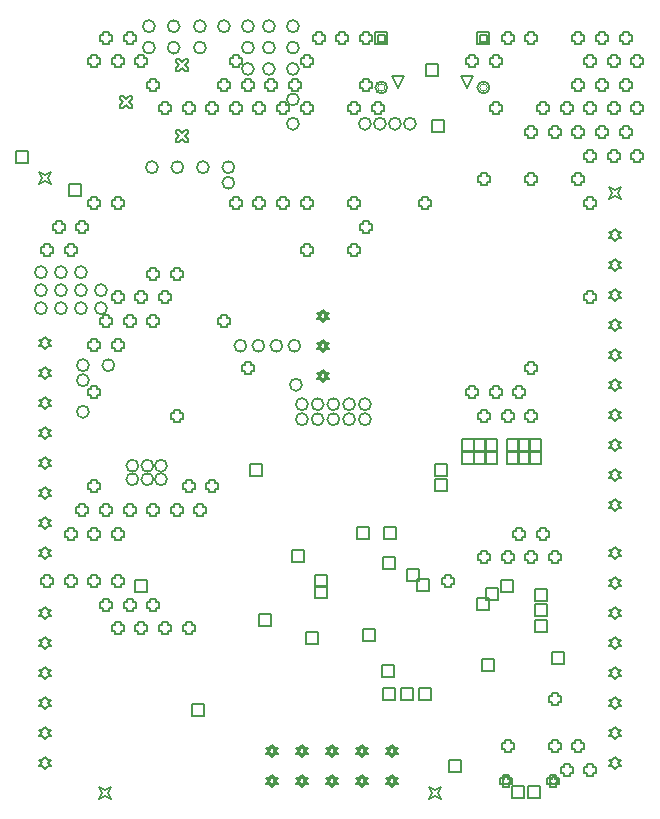
<source format=gbr>
G04*
G04 #@! TF.GenerationSoftware,Altium Limited,Altium Designer,24.2.2 (26)*
G04*
G04 Layer_Color=2752767*
%FSLAX44Y44*%
%MOMM*%
G71*
G04*
G04 #@! TF.SameCoordinates,4540F394-007A-4255-9B34-8FA5F3C486F6*
G04*
G04*
G04 #@! TF.FilePolarity,Positive*
G04*
G01*
G75*
%ADD16C,0.1270*%
%ADD96C,0.1693*%
%ADD97C,0.1016*%
D16*
X320040Y57150D02*
X322580Y59690D01*
X325120D01*
X322580Y62230D01*
X325120Y64770D01*
X322580D01*
X320040Y67310D01*
X317500Y64770D01*
X314960D01*
X317500Y62230D01*
X314960Y59690D01*
X317500D01*
X320040Y57150D01*
Y59182D02*
X321564Y60706D01*
X323088D01*
X321564Y62230D01*
X323088Y63754D01*
X321564D01*
X320040Y65278D01*
X318516Y63754D01*
X316992D01*
X318516Y62230D01*
X316992Y60706D01*
X318516D01*
X320040Y59182D01*
X320040Y31750D02*
X322580Y34290D01*
X325120D01*
X322580Y36830D01*
X325120Y39370D01*
X322580D01*
X320040Y41910D01*
X317500Y39370D01*
X314960D01*
X317500Y36830D01*
X314960Y34290D01*
X317500D01*
X320040Y31750D01*
Y33782D02*
X321564Y35306D01*
X323088D01*
X321564Y36830D01*
X323088Y38354D01*
X321564D01*
X320040Y39878D01*
X318516Y38354D01*
X316992D01*
X318516Y36830D01*
X316992Y35306D01*
X318516D01*
X320040Y33782D01*
X294640Y57150D02*
X297180Y59690D01*
X299720D01*
X297180Y62230D01*
X299720Y64770D01*
X297180D01*
X294640Y67310D01*
X292100Y64770D01*
X289560D01*
X292100Y62230D01*
X289560Y59690D01*
X292100D01*
X294640Y57150D01*
Y59182D02*
X296164Y60706D01*
X297688D01*
X296164Y62230D01*
X297688Y63754D01*
X296164D01*
X294640Y65278D01*
X293116Y63754D01*
X291592D01*
X293116Y62230D01*
X291592Y60706D01*
X293116D01*
X294640Y59182D01*
Y31750D02*
X297180Y34290D01*
X299720D01*
X297180Y36830D01*
X299720Y39370D01*
X297180D01*
X294640Y41910D01*
X292100Y39370D01*
X289560D01*
X292100Y36830D01*
X289560Y34290D01*
X292100D01*
X294640Y31750D01*
Y33782D02*
X296164Y35306D01*
X297688D01*
X296164Y36830D01*
X297688Y38354D01*
X296164D01*
X294640Y39878D01*
X293116Y38354D01*
X291592D01*
X293116Y36830D01*
X291592Y35306D01*
X293116D01*
X294640Y33782D01*
X269240Y57150D02*
X271780Y59690D01*
X274320D01*
X271780Y62230D01*
X274320Y64770D01*
X271780D01*
X269240Y67310D01*
X266700Y64770D01*
X264160D01*
X266700Y62230D01*
X264160Y59690D01*
X266700D01*
X269240Y57150D01*
Y59182D02*
X270764Y60706D01*
X272288D01*
X270764Y62230D01*
X272288Y63754D01*
X270764D01*
X269240Y65278D01*
X267716Y63754D01*
X266192D01*
X267716Y62230D01*
X266192Y60706D01*
X267716D01*
X269240Y59182D01*
Y31750D02*
X271780Y34290D01*
X274320D01*
X271780Y36830D01*
X274320Y39370D01*
X271780D01*
X269240Y41910D01*
X266700Y39370D01*
X264160D01*
X266700Y36830D01*
X264160Y34290D01*
X266700D01*
X269240Y31750D01*
Y33782D02*
X270764Y35306D01*
X272288D01*
X270764Y36830D01*
X272288Y38354D01*
X270764D01*
X269240Y39878D01*
X267716Y38354D01*
X266192D01*
X267716Y36830D01*
X266192Y35306D01*
X267716D01*
X269240Y33782D01*
X243840Y57150D02*
X246380Y59690D01*
X248920D01*
X246380Y62230D01*
X248920Y64770D01*
X246380D01*
X243840Y67310D01*
X241300Y64770D01*
X238760D01*
X241300Y62230D01*
X238760Y59690D01*
X241300D01*
X243840Y57150D01*
Y59182D02*
X245364Y60706D01*
X246888D01*
X245364Y62230D01*
X246888Y63754D01*
X245364D01*
X243840Y65278D01*
X242316Y63754D01*
X240792D01*
X242316Y62230D01*
X240792Y60706D01*
X242316D01*
X243840Y59182D01*
Y31750D02*
X246380Y34290D01*
X248920D01*
X246380Y36830D01*
X248920Y39370D01*
X246380D01*
X243840Y41910D01*
X241300Y39370D01*
X238760D01*
X241300Y36830D01*
X238760Y34290D01*
X241300D01*
X243840Y31750D01*
Y33782D02*
X245364Y35306D01*
X246888D01*
X245364Y36830D01*
X246888Y38354D01*
X245364D01*
X243840Y39878D01*
X242316Y38354D01*
X240792D01*
X242316Y36830D01*
X240792Y35306D01*
X242316D01*
X243840Y33782D01*
X218440Y57150D02*
X220980Y59690D01*
X223520D01*
X220980Y62230D01*
X223520Y64770D01*
X220980D01*
X218440Y67310D01*
X215900Y64770D01*
X213360D01*
X215900Y62230D01*
X213360Y59690D01*
X215900D01*
X218440Y57150D01*
Y59182D02*
X219964Y60706D01*
X221488D01*
X219964Y62230D01*
X221488Y63754D01*
X219964D01*
X218440Y65278D01*
X216916Y63754D01*
X215392D01*
X216916Y62230D01*
X215392Y60706D01*
X216916D01*
X218440Y59182D01*
X218440Y31750D02*
X220980Y34290D01*
X223520D01*
X220980Y36830D01*
X223520Y39370D01*
X220980D01*
X218440Y41910D01*
X215900Y39370D01*
X213360D01*
X215900Y36830D01*
X213360Y34290D01*
X215900D01*
X218440Y31750D01*
Y33782D02*
X219964Y35306D01*
X221488D01*
X219964Y36830D01*
X221488Y38354D01*
X219964D01*
X218440Y39878D01*
X216916Y38354D01*
X215392D01*
X216916Y36830D01*
X215392Y35306D01*
X216916D01*
X218440Y33782D01*
X21590Y542290D02*
X24130Y547370D01*
X21590Y552450D01*
X26670Y549910D01*
X31750Y552450D01*
X29210Y547370D01*
X31750Y542290D01*
X26670Y544830D01*
X21590Y542290D01*
X504190Y529590D02*
X506730Y534670D01*
X504190Y539750D01*
X509270Y537210D01*
X514350Y539750D01*
X511810Y534670D01*
X514350Y529590D01*
X509270Y532130D01*
X504190Y529590D01*
X72390Y21590D02*
X74930Y26670D01*
X72390Y31750D01*
X77470Y29210D01*
X82550Y31750D01*
X80010Y26670D01*
X82550Y21590D01*
X77470Y24130D01*
X72390Y21590D01*
X351790D02*
X354330Y26670D01*
X351790Y31750D01*
X356870Y29210D01*
X361950Y31750D01*
X359410Y26670D01*
X361950Y21590D01*
X356870Y24130D01*
X351790Y21590D01*
X26670Y402590D02*
X29210Y405130D01*
X31750D01*
X29210Y407670D01*
X31750Y410210D01*
X29210D01*
X26670Y412750D01*
X24130Y410210D01*
X21590D01*
X24130Y407670D01*
X21590Y405130D01*
X24130D01*
X26670Y402590D01*
Y377190D02*
X29210Y379730D01*
X31750D01*
X29210Y382270D01*
X31750Y384810D01*
X29210D01*
X26670Y387350D01*
X24130Y384810D01*
X21590D01*
X24130Y382270D01*
X21590Y379730D01*
X24130D01*
X26670Y377190D01*
Y351790D02*
X29210Y354330D01*
X31750D01*
X29210Y356870D01*
X31750Y359410D01*
X29210D01*
X26670Y361950D01*
X24130Y359410D01*
X21590D01*
X24130Y356870D01*
X21590Y354330D01*
X24130D01*
X26670Y351790D01*
Y326390D02*
X29210Y328930D01*
X31750D01*
X29210Y331470D01*
X31750Y334010D01*
X29210D01*
X26670Y336550D01*
X24130Y334010D01*
X21590D01*
X24130Y331470D01*
X21590Y328930D01*
X24130D01*
X26670Y326390D01*
Y300990D02*
X29210Y303530D01*
X31750D01*
X29210Y306070D01*
X31750Y308610D01*
X29210D01*
X26670Y311150D01*
X24130Y308610D01*
X21590D01*
X24130Y306070D01*
X21590Y303530D01*
X24130D01*
X26670Y300990D01*
Y275590D02*
X29210Y278130D01*
X31750D01*
X29210Y280670D01*
X31750Y283210D01*
X29210D01*
X26670Y285750D01*
X24130Y283210D01*
X21590D01*
X24130Y280670D01*
X21590Y278130D01*
X24130D01*
X26670Y275590D01*
Y250190D02*
X29210Y252730D01*
X31750D01*
X29210Y255270D01*
X31750Y257810D01*
X29210D01*
X26670Y260350D01*
X24130Y257810D01*
X21590D01*
X24130Y255270D01*
X21590Y252730D01*
X24130D01*
X26670Y250190D01*
Y224790D02*
X29210Y227330D01*
X31750D01*
X29210Y229870D01*
X31750Y232410D01*
X29210D01*
X26670Y234950D01*
X24130Y232410D01*
X21590D01*
X24130Y229870D01*
X21590Y227330D01*
X24130D01*
X26670Y224790D01*
Y173990D02*
X29210Y176530D01*
X31750D01*
X29210Y179070D01*
X31750Y181610D01*
X29210D01*
X26670Y184150D01*
X24130Y181610D01*
X21590D01*
X24130Y179070D01*
X21590Y176530D01*
X24130D01*
X26670Y173990D01*
Y148590D02*
X29210Y151130D01*
X31750D01*
X29210Y153670D01*
X31750Y156210D01*
X29210D01*
X26670Y158750D01*
X24130Y156210D01*
X21590D01*
X24130Y153670D01*
X21590Y151130D01*
X24130D01*
X26670Y148590D01*
Y123190D02*
X29210Y125730D01*
X31750D01*
X29210Y128270D01*
X31750Y130810D01*
X29210D01*
X26670Y133350D01*
X24130Y130810D01*
X21590D01*
X24130Y128270D01*
X21590Y125730D01*
X24130D01*
X26670Y123190D01*
Y97790D02*
X29210Y100330D01*
X31750D01*
X29210Y102870D01*
X31750Y105410D01*
X29210D01*
X26670Y107950D01*
X24130Y105410D01*
X21590D01*
X24130Y102870D01*
X21590Y100330D01*
X24130D01*
X26670Y97790D01*
Y72390D02*
X29210Y74930D01*
X31750D01*
X29210Y77470D01*
X31750Y80010D01*
X29210D01*
X26670Y82550D01*
X24130Y80010D01*
X21590D01*
X24130Y77470D01*
X21590Y74930D01*
X24130D01*
X26670Y72390D01*
Y46990D02*
X29210Y49530D01*
X31750D01*
X29210Y52070D01*
X31750Y54610D01*
X29210D01*
X26670Y57150D01*
X24130Y54610D01*
X21590D01*
X24130Y52070D01*
X21590Y49530D01*
X24130D01*
X26670Y46990D01*
X509270Y265430D02*
X511810Y267970D01*
X514350D01*
X511810Y270510D01*
X514350Y273050D01*
X511810D01*
X509270Y275590D01*
X506730Y273050D01*
X504190D01*
X506730Y270510D01*
X504190Y267970D01*
X506730D01*
X509270Y265430D01*
Y290830D02*
X511810Y293370D01*
X514350D01*
X511810Y295910D01*
X514350Y298450D01*
X511810D01*
X509270Y300990D01*
X506730Y298450D01*
X504190D01*
X506730Y295910D01*
X504190Y293370D01*
X506730D01*
X509270Y290830D01*
Y316230D02*
X511810Y318770D01*
X514350D01*
X511810Y321310D01*
X514350Y323850D01*
X511810D01*
X509270Y326390D01*
X506730Y323850D01*
X504190D01*
X506730Y321310D01*
X504190Y318770D01*
X506730D01*
X509270Y316230D01*
Y341630D02*
X511810Y344170D01*
X514350D01*
X511810Y346710D01*
X514350Y349250D01*
X511810D01*
X509270Y351790D01*
X506730Y349250D01*
X504190D01*
X506730Y346710D01*
X504190Y344170D01*
X506730D01*
X509270Y341630D01*
Y367030D02*
X511810Y369570D01*
X514350D01*
X511810Y372110D01*
X514350Y374650D01*
X511810D01*
X509270Y377190D01*
X506730Y374650D01*
X504190D01*
X506730Y372110D01*
X504190Y369570D01*
X506730D01*
X509270Y367030D01*
Y392430D02*
X511810Y394970D01*
X514350D01*
X511810Y397510D01*
X514350Y400050D01*
X511810D01*
X509270Y402590D01*
X506730Y400050D01*
X504190D01*
X506730Y397510D01*
X504190Y394970D01*
X506730D01*
X509270Y392430D01*
Y417830D02*
X511810Y420370D01*
X514350D01*
X511810Y422910D01*
X514350Y425450D01*
X511810D01*
X509270Y427990D01*
X506730Y425450D01*
X504190D01*
X506730Y422910D01*
X504190Y420370D01*
X506730D01*
X509270Y417830D01*
Y443230D02*
X511810Y445770D01*
X514350D01*
X511810Y448310D01*
X514350Y450850D01*
X511810D01*
X509270Y453390D01*
X506730Y450850D01*
X504190D01*
X506730Y448310D01*
X504190Y445770D01*
X506730D01*
X509270Y443230D01*
Y468630D02*
X511810Y471170D01*
X514350D01*
X511810Y473710D01*
X514350Y476250D01*
X511810D01*
X509270Y478790D01*
X506730Y476250D01*
X504190D01*
X506730Y473710D01*
X504190Y471170D01*
X506730D01*
X509270Y468630D01*
Y494030D02*
X511810Y496570D01*
X514350D01*
X511810Y499110D01*
X514350Y501650D01*
X511810D01*
X509270Y504190D01*
X506730Y501650D01*
X504190D01*
X506730Y499110D01*
X504190Y496570D01*
X506730D01*
X509270Y494030D01*
Y46990D02*
X511810Y49530D01*
X514350D01*
X511810Y52070D01*
X514350Y54610D01*
X511810D01*
X509270Y57150D01*
X506730Y54610D01*
X504190D01*
X506730Y52070D01*
X504190Y49530D01*
X506730D01*
X509270Y46990D01*
Y72390D02*
X511810Y74930D01*
X514350D01*
X511810Y77470D01*
X514350Y80010D01*
X511810D01*
X509270Y82550D01*
X506730Y80010D01*
X504190D01*
X506730Y77470D01*
X504190Y74930D01*
X506730D01*
X509270Y72390D01*
Y97790D02*
X511810Y100330D01*
X514350D01*
X511810Y102870D01*
X514350Y105410D01*
X511810D01*
X509270Y107950D01*
X506730Y105410D01*
X504190D01*
X506730Y102870D01*
X504190Y100330D01*
X506730D01*
X509270Y97790D01*
Y123190D02*
X511810Y125730D01*
X514350D01*
X511810Y128270D01*
X514350Y130810D01*
X511810D01*
X509270Y133350D01*
X506730Y130810D01*
X504190D01*
X506730Y128270D01*
X504190Y125730D01*
X506730D01*
X509270Y123190D01*
Y148590D02*
X511810Y151130D01*
X514350D01*
X511810Y153670D01*
X514350Y156210D01*
X511810D01*
X509270Y158750D01*
X506730Y156210D01*
X504190D01*
X506730Y153670D01*
X504190Y151130D01*
X506730D01*
X509270Y148590D01*
Y173990D02*
X511810Y176530D01*
X514350D01*
X511810Y179070D01*
X514350Y181610D01*
X511810D01*
X509270Y184150D01*
X506730Y181610D01*
X504190D01*
X506730Y179070D01*
X504190Y176530D01*
X506730D01*
X509270Y173990D01*
Y199390D02*
X511810Y201930D01*
X514350D01*
X511810Y204470D01*
X514350Y207010D01*
X511810D01*
X509270Y209550D01*
X506730Y207010D01*
X504190D01*
X506730Y204470D01*
X504190Y201930D01*
X506730D01*
X509270Y199390D01*
Y224790D02*
X511810Y227330D01*
X514350D01*
X511810Y229870D01*
X514350Y232410D01*
X511810D01*
X509270Y234950D01*
X506730Y232410D01*
X504190D01*
X506730Y229870D01*
X504190Y227330D01*
X506730D01*
X509270Y224790D01*
X90160Y606630D02*
X92700D01*
X95240Y609170D01*
X97780Y606630D01*
X100320D01*
Y609170D01*
X97780Y611710D01*
X100320Y614250D01*
Y616790D01*
X97780D01*
X95240Y614250D01*
X92700Y616790D01*
X90160D01*
Y614250D01*
X92700Y611710D01*
X90160Y609170D01*
Y606630D01*
X137160Y637630D02*
X139700D01*
X142240Y640170D01*
X144780Y637630D01*
X147320D01*
Y640170D01*
X144780Y642710D01*
X147320Y645250D01*
Y647790D01*
X144780D01*
X142240Y645250D01*
X139700Y647790D01*
X137160D01*
Y645250D01*
X139700Y642710D01*
X137160Y640170D01*
Y637630D01*
Y577630D02*
X139700D01*
X142240Y580170D01*
X144780Y577630D01*
X147320D01*
Y580170D01*
X144780Y582710D01*
X147320Y585250D01*
Y587790D01*
X144780D01*
X142240Y585250D01*
X139700Y587790D01*
X137160D01*
Y585250D01*
X139700Y582710D01*
X137160Y580170D01*
Y577630D01*
X261620Y425450D02*
X264160Y427990D01*
X266700D01*
X264160Y430530D01*
X266700Y433070D01*
X264160D01*
X261620Y435610D01*
X259080Y433070D01*
X256540D01*
X259080Y430530D01*
X256540Y427990D01*
X259080D01*
X261620Y425450D01*
Y427482D02*
X263144Y429006D01*
X264668D01*
X263144Y430530D01*
X264668Y432054D01*
X263144D01*
X261620Y433578D01*
X260096Y432054D01*
X258572D01*
X260096Y430530D01*
X258572Y429006D01*
X260096D01*
X261620Y427482D01*
Y400050D02*
X264160Y402590D01*
X266700D01*
X264160Y405130D01*
X266700Y407670D01*
X264160D01*
X261620Y410210D01*
X259080Y407670D01*
X256540D01*
X259080Y405130D01*
X256540Y402590D01*
X259080D01*
X261620Y400050D01*
Y402082D02*
X263144Y403606D01*
X264668D01*
X263144Y405130D01*
X264668Y406654D01*
X263144D01*
X261620Y408178D01*
X260096Y406654D01*
X258572D01*
X260096Y405130D01*
X258572Y403606D01*
X260096D01*
X261620Y402082D01*
Y374650D02*
X264160Y377190D01*
X266700D01*
X264160Y379730D01*
X266700Y382270D01*
X264160D01*
X261620Y384810D01*
X259080Y382270D01*
X256540D01*
X259080Y379730D01*
X256540Y377190D01*
X259080D01*
X261620Y374650D01*
Y376682D02*
X263144Y378206D01*
X264668D01*
X263144Y379730D01*
X264668Y381254D01*
X263144D01*
X261620Y382778D01*
X260096Y381254D01*
X258572D01*
X260096Y379730D01*
X258572Y378206D01*
X260096D01*
X261620Y376682D01*
X306000Y660400D02*
Y670560D01*
X316160D01*
Y660400D01*
X306000D01*
X308032Y662432D02*
Y668528D01*
X314128D01*
Y662432D01*
X308032D01*
X392500Y660400D02*
Y670560D01*
X402660D01*
Y660400D01*
X392500D01*
X394532Y662432D02*
Y668528D01*
X400628D01*
Y662432D01*
X394532D01*
X325430Y623600D02*
X320350Y633760D01*
X330510D01*
X325430Y623600D01*
X383230D02*
X378150Y633760D01*
X388310D01*
X383230Y623600D01*
X327660Y105410D02*
Y115570D01*
X337820D01*
Y105410D01*
X327660D01*
X312420D02*
Y115570D01*
X322580D01*
Y105410D01*
X312420D01*
X311920Y124610D02*
Y134770D01*
X322080D01*
Y124610D01*
X311920D01*
X414210Y34200D02*
Y31660D01*
X419290D01*
Y34200D01*
X421830D01*
Y39280D01*
X419290D01*
Y41820D01*
X414210D01*
Y39280D01*
X411670D01*
Y34200D01*
X414210D01*
X415226Y35216D02*
Y33692D01*
X418274D01*
Y35216D01*
X419798D01*
Y38264D01*
X418274D01*
Y39788D01*
X415226D01*
Y38264D01*
X413702D01*
Y35216D01*
X415226D01*
X454210Y34200D02*
Y31660D01*
X459290D01*
Y34200D01*
X461830D01*
Y39280D01*
X459290D01*
Y41820D01*
X454210D01*
Y39280D01*
X451670D01*
Y34200D01*
X454210D01*
X455226Y35216D02*
Y33692D01*
X458274D01*
Y35216D01*
X459798D01*
Y38264D01*
X458274D01*
Y39788D01*
X455226D01*
Y38264D01*
X453702D01*
Y35216D01*
X455226D01*
X515401Y663460D02*
Y660920D01*
X520481D01*
Y663460D01*
X523021D01*
Y668540D01*
X520481D01*
Y671080D01*
X515401D01*
Y668540D01*
X512861D01*
Y663460D01*
X515401D01*
X525401Y643460D02*
Y640920D01*
X530481D01*
Y643460D01*
X533021D01*
Y648540D01*
X530481D01*
Y651080D01*
X525401D01*
Y648540D01*
X522861D01*
Y643460D01*
X525401D01*
X515401Y623461D02*
Y620920D01*
X520481D01*
Y623461D01*
X523021D01*
Y628540D01*
X520481D01*
Y631081D01*
X515401D01*
Y628540D01*
X512861D01*
Y623461D01*
X515401D01*
X525401Y603461D02*
Y600920D01*
X530481D01*
Y603461D01*
X533021D01*
Y608540D01*
X530481D01*
Y611081D01*
X525401D01*
Y608540D01*
X522861D01*
Y603461D01*
X525401D01*
X515401Y583461D02*
Y580920D01*
X520481D01*
Y583461D01*
X523021D01*
Y588540D01*
X520481D01*
Y591081D01*
X515401D01*
Y588540D01*
X512861D01*
Y583461D01*
X515401D01*
X525401Y563460D02*
Y560920D01*
X530481D01*
Y563460D01*
X533021D01*
Y568540D01*
X530481D01*
Y571080D01*
X525401D01*
Y568540D01*
X522861D01*
Y563460D01*
X525401D01*
X495401Y663460D02*
Y660920D01*
X500481D01*
Y663460D01*
X503021D01*
Y668540D01*
X500481D01*
Y671080D01*
X495401D01*
Y668540D01*
X492861D01*
Y663460D01*
X495401D01*
X505401Y643460D02*
Y640920D01*
X510481D01*
Y643460D01*
X513021D01*
Y648540D01*
X510481D01*
Y651080D01*
X505401D01*
Y648540D01*
X502861D01*
Y643460D01*
X505401D01*
X495401Y623461D02*
Y620920D01*
X500481D01*
Y623461D01*
X503021D01*
Y628540D01*
X500481D01*
Y631081D01*
X495401D01*
Y628540D01*
X492861D01*
Y623461D01*
X495401D01*
X505401Y603461D02*
Y600920D01*
X510481D01*
Y603461D01*
X513021D01*
Y608540D01*
X510481D01*
Y611081D01*
X505401D01*
Y608540D01*
X502861D01*
Y603461D01*
X505401D01*
X495401Y583461D02*
Y580920D01*
X500481D01*
Y583461D01*
X503021D01*
Y588540D01*
X500481D01*
Y591081D01*
X495401D01*
Y588540D01*
X492861D01*
Y583461D01*
X495401D01*
X505401Y563460D02*
Y560920D01*
X510481D01*
Y563460D01*
X513021D01*
Y568540D01*
X510481D01*
Y571080D01*
X505401D01*
Y568540D01*
X502861D01*
Y563460D01*
X505401D01*
X475401Y663460D02*
Y660920D01*
X480481D01*
Y663460D01*
X483021D01*
Y668540D01*
X480481D01*
Y671080D01*
X475401D01*
Y668540D01*
X472861D01*
Y663460D01*
X475401D01*
X485401Y643460D02*
Y640920D01*
X490481D01*
Y643460D01*
X493021D01*
Y648540D01*
X490481D01*
Y651080D01*
X485401D01*
Y648540D01*
X482861D01*
Y643460D01*
X485401D01*
X475401Y623461D02*
Y620920D01*
X480481D01*
Y623461D01*
X483021D01*
Y628540D01*
X480481D01*
Y631081D01*
X475401D01*
Y628540D01*
X472861D01*
Y623461D01*
X475401D01*
X485401Y603461D02*
Y600920D01*
X490481D01*
Y603461D01*
X493021D01*
Y608540D01*
X490481D01*
Y611081D01*
X485401D01*
Y608540D01*
X482861D01*
Y603461D01*
X485401D01*
X475401Y583461D02*
Y580920D01*
X480481D01*
Y583461D01*
X483021D01*
Y588540D01*
X480481D01*
Y591081D01*
X475401D01*
Y588540D01*
X472861D01*
Y583461D01*
X475401D01*
X485401Y563460D02*
Y560920D01*
X490481D01*
Y563460D01*
X493021D01*
Y568540D01*
X490481D01*
Y571080D01*
X485401D01*
Y568540D01*
X482861D01*
Y563460D01*
X485401D01*
X475401Y543460D02*
Y540920D01*
X480481D01*
Y543460D01*
X483021D01*
Y548540D01*
X480481D01*
Y551080D01*
X475401D01*
Y548540D01*
X472861D01*
Y543460D01*
X475401D01*
X485401Y523460D02*
Y520920D01*
X490481D01*
Y523460D01*
X493021D01*
Y528540D01*
X490481D01*
Y531080D01*
X485401D01*
Y528540D01*
X482861D01*
Y523460D01*
X485401D01*
Y443460D02*
Y440920D01*
X490481D01*
Y443460D01*
X493021D01*
Y448540D01*
X490481D01*
Y451080D01*
X485401D01*
Y448540D01*
X482861D01*
Y443460D01*
X485401D01*
X475401Y63460D02*
Y60920D01*
X480481D01*
Y63460D01*
X483021D01*
Y68540D01*
X480481D01*
Y71080D01*
X475401D01*
Y68540D01*
X472861D01*
Y63460D01*
X475401D01*
X485401Y43460D02*
Y40920D01*
X490481D01*
Y43460D01*
X493021D01*
Y48540D01*
X490481D01*
Y51080D01*
X485401D01*
Y48540D01*
X482861D01*
Y43460D01*
X485401D01*
X465401Y603461D02*
Y600920D01*
X470481D01*
Y603461D01*
X473021D01*
Y608540D01*
X470481D01*
Y611081D01*
X465401D01*
Y608540D01*
X462861D01*
Y603461D01*
X465401D01*
X455401Y583461D02*
Y580920D01*
X460481D01*
Y583461D01*
X463021D01*
Y588540D01*
X460481D01*
Y591081D01*
X455401D01*
Y588540D01*
X452861D01*
Y583461D01*
X455401D01*
Y223460D02*
Y220920D01*
X460481D01*
Y223460D01*
X463021D01*
Y228540D01*
X460481D01*
Y231080D01*
X455401D01*
Y228540D01*
X452861D01*
Y223460D01*
X455401D01*
Y103460D02*
Y100920D01*
X460481D01*
Y103460D01*
X463021D01*
Y108540D01*
X460481D01*
Y111080D01*
X455401D01*
Y108540D01*
X452861D01*
Y103460D01*
X455401D01*
Y63460D02*
Y60920D01*
X460481D01*
Y63460D01*
X463021D01*
Y68540D01*
X460481D01*
Y71080D01*
X455401D01*
Y68540D01*
X452861D01*
Y63460D01*
X455401D01*
X465401Y43460D02*
Y40920D01*
X470481D01*
Y43460D01*
X473021D01*
Y48540D01*
X470481D01*
Y51080D01*
X465401D01*
Y48540D01*
X462861D01*
Y43460D01*
X465401D01*
X435401Y663460D02*
Y660920D01*
X440481D01*
Y663460D01*
X443021D01*
Y668540D01*
X440481D01*
Y671080D01*
X435401D01*
Y668540D01*
X432861D01*
Y663460D01*
X435401D01*
X445401Y603461D02*
Y600920D01*
X450481D01*
Y603461D01*
X453021D01*
Y608540D01*
X450481D01*
Y611081D01*
X445401D01*
Y608540D01*
X442861D01*
Y603461D01*
X445401D01*
X435401Y583461D02*
Y580920D01*
X440481D01*
Y583461D01*
X443021D01*
Y588540D01*
X440481D01*
Y591081D01*
X435401D01*
Y588540D01*
X432861D01*
Y583461D01*
X435401D01*
Y543460D02*
Y540920D01*
X440481D01*
Y543460D01*
X443021D01*
Y548540D01*
X440481D01*
Y551080D01*
X435401D01*
Y548540D01*
X432861D01*
Y543460D01*
X435401D01*
Y383460D02*
Y380920D01*
X440481D01*
Y383460D01*
X443021D01*
Y388540D01*
X440481D01*
Y391080D01*
X435401D01*
Y388540D01*
X432861D01*
Y383460D01*
X435401D01*
Y343460D02*
Y340920D01*
X440481D01*
Y343460D01*
X443021D01*
Y348540D01*
X440481D01*
Y351080D01*
X435401D01*
Y348540D01*
X432861D01*
Y343460D01*
X435401D01*
X445401Y243460D02*
Y240920D01*
X450481D01*
Y243460D01*
X453021D01*
Y248540D01*
X450481D01*
Y251080D01*
X445401D01*
Y248540D01*
X442861D01*
Y243460D01*
X445401D01*
X435401Y223460D02*
Y220920D01*
X440481D01*
Y223460D01*
X443021D01*
Y228540D01*
X440481D01*
Y231080D01*
X435401D01*
Y228540D01*
X432861D01*
Y223460D01*
X435401D01*
X415401Y663460D02*
Y660920D01*
X420481D01*
Y663460D01*
X423021D01*
Y668540D01*
X420481D01*
Y671080D01*
X415401D01*
Y668540D01*
X412861D01*
Y663460D01*
X415401D01*
X425401Y363460D02*
Y360920D01*
X430481D01*
Y363460D01*
X433021D01*
Y368540D01*
X430481D01*
Y371080D01*
X425401D01*
Y368540D01*
X422861D01*
Y363460D01*
X425401D01*
X415401Y343460D02*
Y340920D01*
X420481D01*
Y343460D01*
X423021D01*
Y348540D01*
X420481D01*
Y351080D01*
X415401D01*
Y348540D01*
X412861D01*
Y343460D01*
X415401D01*
X425401Y243460D02*
Y240920D01*
X430481D01*
Y243460D01*
X433021D01*
Y248540D01*
X430481D01*
Y251080D01*
X425401D01*
Y248540D01*
X422861D01*
Y243460D01*
X425401D01*
X415401Y223460D02*
Y220920D01*
X420481D01*
Y223460D01*
X423021D01*
Y228540D01*
X420481D01*
Y231080D01*
X415401D01*
Y228540D01*
X412861D01*
Y223460D01*
X415401D01*
Y63460D02*
Y60920D01*
X420481D01*
Y63460D01*
X423021D01*
Y68540D01*
X420481D01*
Y71080D01*
X415401D01*
Y68540D01*
X412861D01*
Y63460D01*
X415401D01*
X405401Y643460D02*
Y640920D01*
X410481D01*
Y643460D01*
X413021D01*
Y648540D01*
X410481D01*
Y651080D01*
X405401D01*
Y648540D01*
X402861D01*
Y643460D01*
X405401D01*
Y603461D02*
Y600920D01*
X410481D01*
Y603461D01*
X413021D01*
Y608540D01*
X410481D01*
Y611081D01*
X405401D01*
Y608540D01*
X402861D01*
Y603461D01*
X405401D01*
X395401Y543460D02*
Y540920D01*
X400481D01*
Y543460D01*
X403021D01*
Y548540D01*
X400481D01*
Y551080D01*
X395401D01*
Y548540D01*
X392861D01*
Y543460D01*
X395401D01*
X405401Y363460D02*
Y360920D01*
X410481D01*
Y363460D01*
X413021D01*
Y368540D01*
X410481D01*
Y371080D01*
X405401D01*
Y368540D01*
X402861D01*
Y363460D01*
X405401D01*
X395401Y343460D02*
Y340920D01*
X400481D01*
Y343460D01*
X403021D01*
Y348540D01*
X400481D01*
Y351080D01*
X395401D01*
Y348540D01*
X392861D01*
Y343460D01*
X395401D01*
Y223460D02*
Y220920D01*
X400481D01*
Y223460D01*
X403021D01*
Y228540D01*
X400481D01*
Y231080D01*
X395401D01*
Y228540D01*
X392861D01*
Y223460D01*
X395401D01*
X385401Y643460D02*
Y640920D01*
X390481D01*
Y643460D01*
X393021D01*
Y648540D01*
X390481D01*
Y651080D01*
X385401D01*
Y648540D01*
X382861D01*
Y643460D01*
X385401D01*
Y363460D02*
Y360920D01*
X390481D01*
Y363460D01*
X393021D01*
Y368540D01*
X390481D01*
Y371080D01*
X385401D01*
Y368540D01*
X382861D01*
Y363460D01*
X385401D01*
X365401Y203460D02*
Y200920D01*
X370481D01*
Y203460D01*
X373021D01*
Y208540D01*
X370481D01*
Y211080D01*
X365401D01*
Y208540D01*
X362861D01*
Y203460D01*
X365401D01*
X345401Y523460D02*
Y520920D01*
X350481D01*
Y523460D01*
X353021D01*
Y528540D01*
X350481D01*
Y531080D01*
X345401D01*
Y528540D01*
X342861D01*
Y523460D01*
X345401D01*
X295401Y663460D02*
Y660920D01*
X300481D01*
Y663460D01*
X303021D01*
Y668540D01*
X300481D01*
Y671080D01*
X295401D01*
Y668540D01*
X292861D01*
Y663460D01*
X295401D01*
Y623461D02*
Y620920D01*
X300481D01*
Y623461D01*
X303021D01*
Y628540D01*
X300481D01*
Y631081D01*
X295401D01*
Y628540D01*
X292861D01*
Y623461D01*
X295401D01*
X305401Y603461D02*
Y600920D01*
X310481D01*
Y603461D01*
X313021D01*
Y608540D01*
X310481D01*
Y611081D01*
X305401D01*
Y608540D01*
X302861D01*
Y603461D01*
X305401D01*
X295401Y503460D02*
Y500920D01*
X300481D01*
Y503460D01*
X303021D01*
Y508540D01*
X300481D01*
Y511080D01*
X295401D01*
Y508540D01*
X292861D01*
Y503460D01*
X295401D01*
X275401Y663460D02*
Y660920D01*
X280481D01*
Y663460D01*
X283021D01*
Y668540D01*
X280481D01*
Y671080D01*
X275401D01*
Y668540D01*
X272861D01*
Y663460D01*
X275401D01*
X285401Y603461D02*
Y600920D01*
X290481D01*
Y603461D01*
X293021D01*
Y608540D01*
X290481D01*
Y611081D01*
X285401D01*
Y608540D01*
X282861D01*
Y603461D01*
X285401D01*
Y523460D02*
Y520920D01*
X290481D01*
Y523460D01*
X293021D01*
Y528540D01*
X290481D01*
Y531080D01*
X285401D01*
Y528540D01*
X282861D01*
Y523460D01*
X285401D01*
Y483460D02*
Y480920D01*
X290481D01*
Y483460D01*
X293021D01*
Y488540D01*
X290481D01*
Y491080D01*
X285401D01*
Y488540D01*
X282861D01*
Y483460D01*
X285401D01*
X255401Y663460D02*
Y660920D01*
X260481D01*
Y663460D01*
X263021D01*
Y668540D01*
X260481D01*
Y671080D01*
X255401D01*
Y668540D01*
X252861D01*
Y663460D01*
X255401D01*
X245401Y643460D02*
Y640920D01*
X250481D01*
Y643460D01*
X253021D01*
Y648540D01*
X250481D01*
Y651080D01*
X245401D01*
Y648540D01*
X242861D01*
Y643460D01*
X245401D01*
X235401Y623461D02*
Y620920D01*
X240481D01*
Y623461D01*
X243021D01*
Y628540D01*
X240481D01*
Y631081D01*
X235401D01*
Y628540D01*
X232861D01*
Y623461D01*
X235401D01*
X245401Y603461D02*
Y600920D01*
X250481D01*
Y603461D01*
X253021D01*
Y608540D01*
X250481D01*
Y611081D01*
X245401D01*
Y608540D01*
X242861D01*
Y603461D01*
X245401D01*
Y523460D02*
Y520920D01*
X250481D01*
Y523460D01*
X253021D01*
Y528540D01*
X250481D01*
Y531080D01*
X245401D01*
Y528540D01*
X242861D01*
Y523460D01*
X245401D01*
Y483460D02*
Y480920D01*
X250481D01*
Y483460D01*
X253021D01*
Y488540D01*
X250481D01*
Y491080D01*
X245401D01*
Y488540D01*
X242861D01*
Y483460D01*
X245401D01*
X215401Y623461D02*
Y620920D01*
X220481D01*
Y623461D01*
X223021D01*
Y628540D01*
X220481D01*
Y631081D01*
X215401D01*
Y628540D01*
X212861D01*
Y623461D01*
X215401D01*
X225401Y603461D02*
Y600920D01*
X230481D01*
Y603461D01*
X233021D01*
Y608540D01*
X230481D01*
Y611081D01*
X225401D01*
Y608540D01*
X222861D01*
Y603461D01*
X225401D01*
Y523460D02*
Y520920D01*
X230481D01*
Y523460D01*
X233021D01*
Y528540D01*
X230481D01*
Y531080D01*
X225401D01*
Y528540D01*
X222861D01*
Y523460D01*
X225401D01*
X195401Y623461D02*
Y620920D01*
X200481D01*
Y623461D01*
X203021D01*
Y628540D01*
X200481D01*
Y631081D01*
X195401D01*
Y628540D01*
X192861D01*
Y623461D01*
X195401D01*
X205401Y603461D02*
Y600920D01*
X210481D01*
Y603461D01*
X213021D01*
Y608540D01*
X210481D01*
Y611081D01*
X205401D01*
Y608540D01*
X202861D01*
Y603461D01*
X205401D01*
Y523460D02*
Y520920D01*
X210481D01*
Y523460D01*
X213021D01*
Y528540D01*
X210481D01*
Y531080D01*
X205401D01*
Y528540D01*
X202861D01*
Y523460D01*
X205401D01*
X195401Y383460D02*
Y380920D01*
X200481D01*
Y383460D01*
X203021D01*
Y388540D01*
X200481D01*
Y391080D01*
X195401D01*
Y388540D01*
X192861D01*
Y383460D01*
X195401D01*
X185401Y643460D02*
Y640920D01*
X190481D01*
Y643460D01*
X193021D01*
Y648540D01*
X190481D01*
Y651080D01*
X185401D01*
Y648540D01*
X182861D01*
Y643460D01*
X185401D01*
X175401Y623461D02*
Y620920D01*
X180481D01*
Y623461D01*
X183021D01*
Y628540D01*
X180481D01*
Y631081D01*
X175401D01*
Y628540D01*
X172861D01*
Y623461D01*
X175401D01*
X185401Y603461D02*
Y600920D01*
X190481D01*
Y603461D01*
X193021D01*
Y608540D01*
X190481D01*
Y611081D01*
X185401D01*
Y608540D01*
X182861D01*
Y603461D01*
X185401D01*
Y523460D02*
Y520920D01*
X190481D01*
Y523460D01*
X193021D01*
Y528540D01*
X190481D01*
Y531080D01*
X185401D01*
Y528540D01*
X182861D01*
Y523460D01*
X185401D01*
X175401Y423460D02*
Y420920D01*
X180481D01*
Y423460D01*
X183021D01*
Y428540D01*
X180481D01*
Y431080D01*
X175401D01*
Y428540D01*
X172861D01*
Y423460D01*
X175401D01*
X165401Y603461D02*
Y600920D01*
X170481D01*
Y603461D01*
X173021D01*
Y608540D01*
X170481D01*
Y611081D01*
X165401D01*
Y608540D01*
X162861D01*
Y603461D01*
X165401D01*
Y283460D02*
Y280920D01*
X170481D01*
Y283460D01*
X173021D01*
Y288540D01*
X170481D01*
Y291080D01*
X165401D01*
Y288540D01*
X162861D01*
Y283460D01*
X165401D01*
X155401Y263460D02*
Y260920D01*
X160481D01*
Y263460D01*
X163021D01*
Y268540D01*
X160481D01*
Y271080D01*
X155401D01*
Y268540D01*
X152861D01*
Y263460D01*
X155401D01*
X145401Y603461D02*
Y600920D01*
X150481D01*
Y603461D01*
X153021D01*
Y608540D01*
X150481D01*
Y611081D01*
X145401D01*
Y608540D01*
X142861D01*
Y603461D01*
X145401D01*
X135401Y463460D02*
Y460920D01*
X140481D01*
Y463460D01*
X143021D01*
Y468540D01*
X140481D01*
Y471080D01*
X135401D01*
Y468540D01*
X132861D01*
Y463460D01*
X135401D01*
Y343460D02*
Y340920D01*
X140481D01*
Y343460D01*
X143021D01*
Y348540D01*
X140481D01*
Y351080D01*
X135401D01*
Y348540D01*
X132861D01*
Y343460D01*
X135401D01*
X145401Y283460D02*
Y280920D01*
X150481D01*
Y283460D01*
X153021D01*
Y288540D01*
X150481D01*
Y291080D01*
X145401D01*
Y288540D01*
X142861D01*
Y283460D01*
X145401D01*
X135401Y263460D02*
Y260920D01*
X140481D01*
Y263460D01*
X143021D01*
Y268540D01*
X140481D01*
Y271080D01*
X135401D01*
Y268540D01*
X132861D01*
Y263460D01*
X135401D01*
X145401Y163460D02*
Y160920D01*
X150481D01*
Y163460D01*
X153021D01*
Y168540D01*
X150481D01*
Y171080D01*
X145401D01*
Y168540D01*
X142861D01*
Y163460D01*
X145401D01*
X115401Y623461D02*
Y620920D01*
X120481D01*
Y623461D01*
X123021D01*
Y628540D01*
X120481D01*
Y631081D01*
X115401D01*
Y628540D01*
X112861D01*
Y623461D01*
X115401D01*
X125401Y603461D02*
Y600920D01*
X130481D01*
Y603461D01*
X133021D01*
Y608540D01*
X130481D01*
Y611081D01*
X125401D01*
Y608540D01*
X122861D01*
Y603461D01*
X125401D01*
X115401Y463460D02*
Y460920D01*
X120481D01*
Y463460D01*
X123021D01*
Y468540D01*
X120481D01*
Y471080D01*
X115401D01*
Y468540D01*
X112861D01*
Y463460D01*
X115401D01*
X125401Y443460D02*
Y440920D01*
X130481D01*
Y443460D01*
X133021D01*
Y448540D01*
X130481D01*
Y451080D01*
X125401D01*
Y448540D01*
X122861D01*
Y443460D01*
X125401D01*
X115401Y423460D02*
Y420920D01*
X120481D01*
Y423460D01*
X123021D01*
Y428540D01*
X120481D01*
Y431080D01*
X115401D01*
Y428540D01*
X112861D01*
Y423460D01*
X115401D01*
Y263460D02*
Y260920D01*
X120481D01*
Y263460D01*
X123021D01*
Y268540D01*
X120481D01*
Y271080D01*
X115401D01*
Y268540D01*
X112861D01*
Y263460D01*
X115401D01*
Y183460D02*
Y180920D01*
X120481D01*
Y183460D01*
X123021D01*
Y188540D01*
X120481D01*
Y191080D01*
X115401D01*
Y188540D01*
X112861D01*
Y183460D01*
X115401D01*
X125401Y163460D02*
Y160920D01*
X130481D01*
Y163460D01*
X133021D01*
Y168540D01*
X130481D01*
Y171080D01*
X125401D01*
Y168540D01*
X122861D01*
Y163460D01*
X125401D01*
X95401Y663460D02*
Y660920D01*
X100481D01*
Y663460D01*
X103021D01*
Y668540D01*
X100481D01*
Y671080D01*
X95401D01*
Y668540D01*
X92861D01*
Y663460D01*
X95401D01*
X105401Y643460D02*
Y640920D01*
X110481D01*
Y643460D01*
X113021D01*
Y648540D01*
X110481D01*
Y651080D01*
X105401D01*
Y648540D01*
X102861D01*
Y643460D01*
X105401D01*
Y443460D02*
Y440920D01*
X110481D01*
Y443460D01*
X113021D01*
Y448540D01*
X110481D01*
Y451080D01*
X105401D01*
Y448540D01*
X102861D01*
Y443460D01*
X105401D01*
X95401Y423460D02*
Y420920D01*
X100481D01*
Y423460D01*
X103021D01*
Y428540D01*
X100481D01*
Y431080D01*
X95401D01*
Y428540D01*
X92861D01*
Y423460D01*
X95401D01*
Y263460D02*
Y260920D01*
X100481D01*
Y263460D01*
X103021D01*
Y268540D01*
X100481D01*
Y271080D01*
X95401D01*
Y268540D01*
X92861D01*
Y263460D01*
X95401D01*
Y183460D02*
Y180920D01*
X100481D01*
Y183460D01*
X103021D01*
Y188540D01*
X100481D01*
Y191080D01*
X95401D01*
Y188540D01*
X92861D01*
Y183460D01*
X95401D01*
X105401Y163460D02*
Y160920D01*
X110481D01*
Y163460D01*
X113021D01*
Y168540D01*
X110481D01*
Y171080D01*
X105401D01*
Y168540D01*
X102861D01*
Y163460D01*
X105401D01*
X75401Y663460D02*
Y660920D01*
X80481D01*
Y663460D01*
X83021D01*
Y668540D01*
X80481D01*
Y671080D01*
X75401D01*
Y668540D01*
X72861D01*
Y663460D01*
X75401D01*
X85401Y643460D02*
Y640920D01*
X90481D01*
Y643460D01*
X93021D01*
Y648540D01*
X90481D01*
Y651080D01*
X85401D01*
Y648540D01*
X82861D01*
Y643460D01*
X85401D01*
Y523460D02*
Y520920D01*
X90481D01*
Y523460D01*
X93021D01*
Y528540D01*
X90481D01*
Y531080D01*
X85401D01*
Y528540D01*
X82861D01*
Y523460D01*
X85401D01*
Y443460D02*
Y440920D01*
X90481D01*
Y443460D01*
X93021D01*
Y448540D01*
X90481D01*
Y451080D01*
X85401D01*
Y448540D01*
X82861D01*
Y443460D01*
X85401D01*
X75401Y423460D02*
Y420920D01*
X80481D01*
Y423460D01*
X83021D01*
Y428540D01*
X80481D01*
Y431080D01*
X75401D01*
Y428540D01*
X72861D01*
Y423460D01*
X75401D01*
X85401Y403460D02*
Y400920D01*
X90481D01*
Y403460D01*
X93021D01*
Y408540D01*
X90481D01*
Y411080D01*
X85401D01*
Y408540D01*
X82861D01*
Y403460D01*
X85401D01*
X75401Y263460D02*
Y260920D01*
X80481D01*
Y263460D01*
X83021D01*
Y268540D01*
X80481D01*
Y271080D01*
X75401D01*
Y268540D01*
X72861D01*
Y263460D01*
X75401D01*
X85401Y243460D02*
Y240920D01*
X90481D01*
Y243460D01*
X93021D01*
Y248540D01*
X90481D01*
Y251080D01*
X85401D01*
Y248540D01*
X82861D01*
Y243460D01*
X85401D01*
Y203460D02*
Y200920D01*
X90481D01*
Y203460D01*
X93021D01*
Y208540D01*
X90481D01*
Y211080D01*
X85401D01*
Y208540D01*
X82861D01*
Y203460D01*
X85401D01*
X75401Y183460D02*
Y180920D01*
X80481D01*
Y183460D01*
X83021D01*
Y188540D01*
X80481D01*
Y191080D01*
X75401D01*
Y188540D01*
X72861D01*
Y183460D01*
X75401D01*
X85401Y163460D02*
Y160920D01*
X90481D01*
Y163460D01*
X93021D01*
Y168540D01*
X90481D01*
Y171080D01*
X85401D01*
Y168540D01*
X82861D01*
Y163460D01*
X85401D01*
X65401Y643460D02*
Y640920D01*
X70481D01*
Y643460D01*
X73021D01*
Y648540D01*
X70481D01*
Y651080D01*
X65401D01*
Y648540D01*
X62861D01*
Y643460D01*
X65401D01*
Y523460D02*
Y520920D01*
X70481D01*
Y523460D01*
X73021D01*
Y528540D01*
X70481D01*
Y531080D01*
X65401D01*
Y528540D01*
X62861D01*
Y523460D01*
X65401D01*
X55401Y503460D02*
Y500920D01*
X60481D01*
Y503460D01*
X63021D01*
Y508540D01*
X60481D01*
Y511080D01*
X55401D01*
Y508540D01*
X52861D01*
Y503460D01*
X55401D01*
X65401Y403460D02*
Y400920D01*
X70481D01*
Y403460D01*
X73021D01*
Y408540D01*
X70481D01*
Y411080D01*
X65401D01*
Y408540D01*
X62861D01*
Y403460D01*
X65401D01*
Y363460D02*
Y360920D01*
X70481D01*
Y363460D01*
X73021D01*
Y368540D01*
X70481D01*
Y371080D01*
X65401D01*
Y368540D01*
X62861D01*
Y363460D01*
X65401D01*
Y283460D02*
Y280920D01*
X70481D01*
Y283460D01*
X73021D01*
Y288540D01*
X70481D01*
Y291080D01*
X65401D01*
Y288540D01*
X62861D01*
Y283460D01*
X65401D01*
X55401Y263460D02*
Y260920D01*
X60481D01*
Y263460D01*
X63021D01*
Y268540D01*
X60481D01*
Y271080D01*
X55401D01*
Y268540D01*
X52861D01*
Y263460D01*
X55401D01*
X65401Y243460D02*
Y240920D01*
X70481D01*
Y243460D01*
X73021D01*
Y248540D01*
X70481D01*
Y251080D01*
X65401D01*
Y248540D01*
X62861D01*
Y243460D01*
X65401D01*
Y203460D02*
Y200920D01*
X70481D01*
Y203460D01*
X73021D01*
Y208540D01*
X70481D01*
Y211080D01*
X65401D01*
Y208540D01*
X62861D01*
Y203460D01*
X65401D01*
X35401Y503460D02*
Y500920D01*
X40481D01*
Y503460D01*
X43021D01*
Y508540D01*
X40481D01*
Y511080D01*
X35401D01*
Y508540D01*
X32861D01*
Y503460D01*
X35401D01*
X45401Y483460D02*
Y480920D01*
X50481D01*
Y483460D01*
X53021D01*
Y488540D01*
X50481D01*
Y491080D01*
X45401D01*
Y488540D01*
X42861D01*
Y483460D01*
X45401D01*
Y243460D02*
Y240920D01*
X50481D01*
Y243460D01*
X53021D01*
Y248540D01*
X50481D01*
Y251080D01*
X45401D01*
Y248540D01*
X42861D01*
Y243460D01*
X45401D01*
Y203460D02*
Y200920D01*
X50481D01*
Y203460D01*
X53021D01*
Y208540D01*
X50481D01*
Y211080D01*
X45401D01*
Y208540D01*
X42861D01*
Y203460D01*
X45401D01*
X25401Y483460D02*
Y480920D01*
X30481D01*
Y483460D01*
X33021D01*
Y488540D01*
X30481D01*
Y491080D01*
X25401D01*
Y488540D01*
X22861D01*
Y483460D01*
X25401D01*
Y203460D02*
Y200920D01*
X30481D01*
Y203460D01*
X33021D01*
Y208540D01*
X30481D01*
Y211080D01*
X25401D01*
Y208540D01*
X22861D01*
Y203460D01*
X25401D01*
X102870Y196850D02*
Y207010D01*
X113030D01*
Y196850D01*
X102870D01*
X151130Y91440D02*
Y101600D01*
X161290D01*
Y91440D01*
X151130D01*
X200240Y295227D02*
Y305387D01*
X210400D01*
Y295227D01*
X200240D01*
X235145Y222055D02*
Y232215D01*
X245305D01*
Y222055D01*
X235145D01*
X396240Y129540D02*
Y139700D01*
X406400D01*
Y129540D01*
X396240D01*
X392430Y181610D02*
Y191770D01*
X402590D01*
Y181610D01*
X392430D01*
X400050Y189850D02*
Y200010D01*
X410210D01*
Y189850D01*
X400050D01*
X412750Y196850D02*
Y207010D01*
X422910D01*
Y196850D01*
X412750D01*
X421640Y22240D02*
Y32400D01*
X431800D01*
Y22240D01*
X421640D01*
X435610D02*
Y32400D01*
X445770D01*
Y22240D01*
X435610D01*
X207584Y167726D02*
Y177886D01*
X217744D01*
Y167726D01*
X207584D01*
X312420Y215900D02*
Y226060D01*
X322580D01*
Y215900D01*
X312420D01*
X368300Y44450D02*
Y54610D01*
X378460D01*
Y44450D01*
X368300D01*
X426720Y316230D02*
Y326390D01*
X436880D01*
Y316230D01*
X426720D01*
X417195Y304800D02*
Y314960D01*
X427355D01*
Y304800D01*
X417195D01*
X426720D02*
Y314960D01*
X436880D01*
Y304800D01*
X426720D01*
X436245Y316230D02*
Y326390D01*
X446405D01*
Y316230D01*
X436245D01*
X417195D02*
Y326390D01*
X427355D01*
Y316230D01*
X417195D01*
X436245Y304800D02*
Y314960D01*
X446405D01*
Y304800D01*
X436245D01*
X389255D02*
Y314960D01*
X399415D01*
Y304800D01*
X389255D01*
X379730Y316230D02*
Y326390D01*
X389890D01*
Y316230D01*
X379730D01*
Y304800D02*
Y314960D01*
X389890D01*
Y304800D01*
X379730D01*
X389255Y316230D02*
Y326390D01*
X399415D01*
Y316230D01*
X389255D01*
X398780Y304800D02*
Y314960D01*
X408940D01*
Y304800D01*
X398780D01*
Y316230D02*
Y326390D01*
X408940D01*
Y316230D01*
X398780D01*
X356870Y294640D02*
Y304800D01*
X367030D01*
Y294640D01*
X356870D01*
Y281940D02*
Y292100D01*
X367030D01*
Y281940D01*
X356870D01*
X332740Y205740D02*
Y215900D01*
X342900D01*
Y205740D01*
X332740D01*
X341630Y197300D02*
Y207460D01*
X351790D01*
Y197300D01*
X341630D01*
X295910Y154940D02*
Y165100D01*
X306070D01*
Y154940D01*
X295910D01*
X255270Y201141D02*
Y211301D01*
X265430D01*
Y201141D01*
X255270D01*
X247650Y152400D02*
Y162560D01*
X257810D01*
Y152400D01*
X247650D01*
X255270Y191770D02*
Y201930D01*
X265430D01*
Y191770D01*
X255270D01*
X441310Y175895D02*
Y186055D01*
X451470D01*
Y175895D01*
X441310D01*
Y162560D02*
Y172720D01*
X451470D01*
Y162560D01*
X441310D01*
Y189230D02*
Y199390D01*
X451470D01*
Y189230D01*
X441310D01*
X455645Y135323D02*
Y145483D01*
X465805D01*
Y135323D01*
X455645D01*
X313690Y241920D02*
Y252080D01*
X323850D01*
Y241920D01*
X313690D01*
X290830D02*
Y252080D01*
X300990D01*
Y241920D01*
X290830D01*
X342900Y105410D02*
Y115570D01*
X353060D01*
Y105410D01*
X342900D01*
X354330Y586077D02*
Y596237D01*
X364490D01*
Y586077D01*
X354330D01*
X349250Y633730D02*
Y643890D01*
X359410D01*
Y633730D01*
X349250D01*
X2190Y560070D02*
Y570230D01*
X12350D01*
Y560070D01*
X2190D01*
X46990Y532130D02*
Y542290D01*
X57150D01*
Y532130D01*
X46990D01*
D96*
X316160Y623780D02*
G03*
X316160Y623780I-5080J0D01*
G01*
X402660D02*
G03*
X402660Y623780I-5080J0D01*
G01*
X196850Y405130D02*
G03*
X196850Y405130I-5080J0D01*
G01*
X242570D02*
G03*
X242570Y405130I-5080J0D01*
G01*
X227330D02*
G03*
X227330Y405130I-5080J0D01*
G01*
X212090D02*
G03*
X212090Y405130I-5080J0D01*
G01*
X302260Y342900D02*
G03*
X302260Y342900I-5080J0D01*
G01*
X288925D02*
G03*
X288925Y342900I-5080J0D01*
G01*
X275590D02*
G03*
X275590Y342900I-5080J0D01*
G01*
X262255D02*
G03*
X262255Y342900I-5080J0D01*
G01*
X248920D02*
G03*
X248920Y342900I-5080J0D01*
G01*
X63500Y349250D02*
G03*
X63500Y349250I-5080J0D01*
G01*
Y375920D02*
G03*
X63500Y375920I-5080J0D01*
G01*
Y388620D02*
G03*
X63500Y388620I-5080J0D01*
G01*
X85090D02*
G03*
X85090Y388620I-5080J0D01*
G01*
X248920Y355600D02*
G03*
X248920Y355600I-5080J0D01*
G01*
X243840Y372110D02*
G03*
X243840Y372110I-5080J0D01*
G01*
X262255Y355600D02*
G03*
X262255Y355600I-5080J0D01*
G01*
X275590D02*
G03*
X275590Y355600I-5080J0D01*
G01*
X288925D02*
G03*
X288925Y355600I-5080J0D01*
G01*
X302260D02*
G03*
X302260Y355600I-5080J0D01*
G01*
X203200Y675640D02*
G03*
X203200Y675640I-5080J0D01*
G01*
Y657542D02*
G03*
X203200Y657542I-5080J0D01*
G01*
Y639445D02*
G03*
X203200Y639445I-5080J0D01*
G01*
X182880Y675640D02*
G03*
X182880Y675640I-5080J0D01*
G01*
X140335Y657542D02*
G03*
X140335Y657542I-5080J0D01*
G01*
X220980Y639445D02*
G03*
X220980Y639445I-5080J0D01*
G01*
X119380Y657542D02*
G03*
X119380Y657542I-5080J0D01*
G01*
X162560D02*
G03*
X162560Y657542I-5080J0D01*
G01*
X220980D02*
G03*
X220980Y657542I-5080J0D01*
G01*
X119380Y675640D02*
G03*
X119380Y675640I-5080J0D01*
G01*
X140335D02*
G03*
X140335Y675640I-5080J0D01*
G01*
X162560D02*
G03*
X162560Y675640I-5080J0D01*
G01*
X220980D02*
G03*
X220980Y675640I-5080J0D01*
G01*
X241300D02*
G03*
X241300Y675640I-5080J0D01*
G01*
Y657542D02*
G03*
X241300Y657542I-5080J0D01*
G01*
Y639445D02*
G03*
X241300Y639445I-5080J0D01*
G01*
Y613727D02*
G03*
X241300Y613727I-5080J0D01*
G01*
Y593090D02*
G03*
X241300Y593090I-5080J0D01*
G01*
X302260D02*
G03*
X302260Y593090I-5080J0D01*
G01*
X314960D02*
G03*
X314960Y593090I-5080J0D01*
G01*
X327660D02*
G03*
X327660Y593090I-5080J0D01*
G01*
X340360D02*
G03*
X340360Y593090I-5080J0D01*
G01*
X78740Y452120D02*
G03*
X78740Y452120I-5080J0D01*
G01*
Y436880D02*
G03*
X78740Y436880I-5080J0D01*
G01*
X61807D02*
G03*
X61807Y436880I-5080J0D01*
G01*
Y452120D02*
G03*
X61807Y452120I-5080J0D01*
G01*
Y467360D02*
G03*
X61807Y467360I-5080J0D01*
G01*
X44873D02*
G03*
X44873Y467360I-5080J0D01*
G01*
Y452120D02*
G03*
X44873Y452120I-5080J0D01*
G01*
Y436880D02*
G03*
X44873Y436880I-5080J0D01*
G01*
X27940D02*
G03*
X27940Y436880I-5080J0D01*
G01*
Y452120D02*
G03*
X27940Y452120I-5080J0D01*
G01*
Y467360D02*
G03*
X27940Y467360I-5080J0D01*
G01*
X105410Y303530D02*
G03*
X105410Y303530I-5080J0D01*
G01*
Y292100D02*
G03*
X105410Y292100I-5080J0D01*
G01*
X129540D02*
G03*
X129540Y292100I-5080J0D01*
G01*
X118110Y303530D02*
G03*
X118110Y303530I-5080J0D01*
G01*
Y292100D02*
G03*
X118110Y292100I-5080J0D01*
G01*
X129540Y303530D02*
G03*
X129540Y303530I-5080J0D01*
G01*
X121920Y556260D02*
G03*
X121920Y556260I-5080J0D01*
G01*
X186690D02*
G03*
X186690Y556260I-5080J0D01*
G01*
Y543103D02*
G03*
X186690Y543103I-5080J0D01*
G01*
X165100Y556260D02*
G03*
X165100Y556260I-5080J0D01*
G01*
X143510D02*
G03*
X143510Y556260I-5080J0D01*
G01*
D97*
X314128Y623780D02*
G03*
X314128Y623780I-3048J0D01*
G01*
X400628D02*
G03*
X400628Y623780I-3048J0D01*
G01*
M02*

</source>
